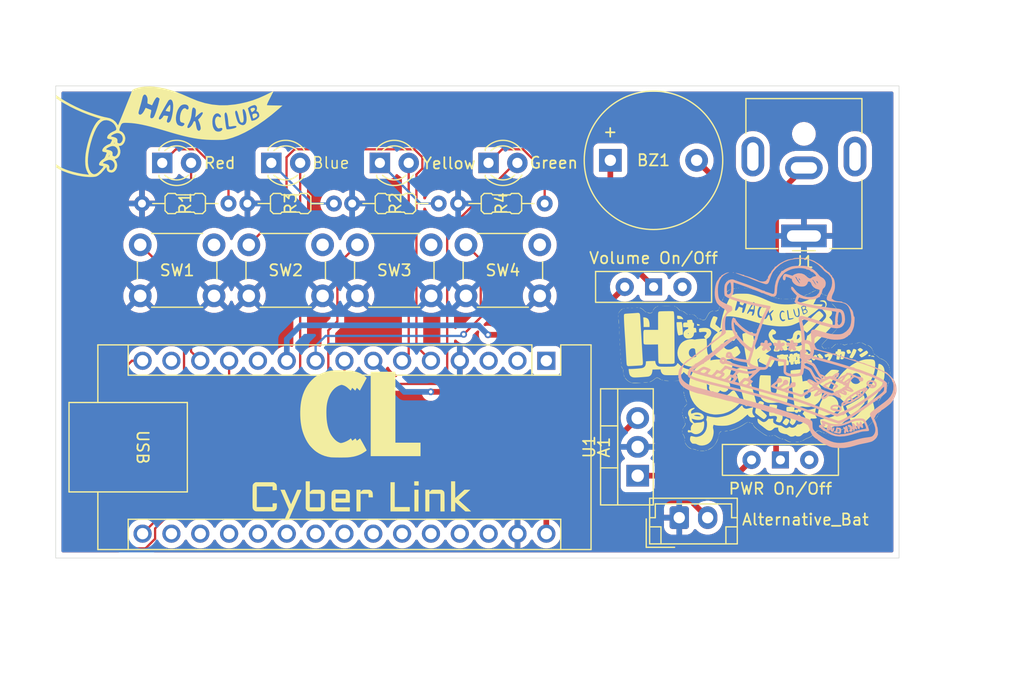
<source format=kicad_pcb>
(kicad_pcb (version 20241229) (generator "pcbnew") (generator_version "9.0")
  (layers (0 "F.Cu" signal) (2 "B.Cu" signal) (13 "F.Paste" user) (15 "B.Paste" user) (5 "F.SilkS" user "F.Silkscreen") (7 "B.SilkS" user "B.Silkscreen") (1 "F.Mask" user) (3 "B.Mask" user) (25 "Edge.Cuts" user))
  (net 0 "")
  (net 5 "BTN_Y")
  (net 6 "BTN_B")
  (net 10 "LED_B")
  (net 13 "+3.3V")
  (net 14 "BTN_R")
  (net 16 "+5V")
  (net 17 "LED_G")
  (net 18 "B+")
  (net 19 "LED_R")
  (net 22 "B-")
  (net 24 "GND")
  (net 25 "BTN_G")
  (net 28 "LED_Y")
  (net 29 "Net-(BZ1-+)")
  (net 30 "Net-(D1-K)")
  (net 31 "Net-(D2-K)")
  (net 32 "Net-(D3-K)")
  (net 33 "Net-(D4-K)")
  (net 34 "Net-(SW6-B)")
  (net 36 "DC")
  (footprint "button:SW_PUSH_6mm_RW" (layer "F.Cu") (at 132.713333 101.99)
    (property "Reference" "SW1" (at 3.25 2.25 0) (layer "F.SilkS"))
    (property "Value" "R")
    (pad "1" thru_hole circle (at 0 0 90) (size 2 2) (drill 1.1) (layers "*.Cu" "*.Mask") (net 14 "BTN_R"))
    (pad "2" thru_hole circle (at 6.5 0 90) (size 2 2) (drill 1.1) (layers "*.Cu" "*.Mask") (net 14 "BTN_R"))
    (pad "3" thru_hole circle (at 0 4.5 90) (size 2 2) (drill 1.1) (layers "*.Cu" "*.Mask") (net 24 "GND"))
    (pad "4" thru_hole circle (at 6.5 4.5 90) (size 2 2) (drill 1.1) (layers "*.Cu" "*.Mask") (net 24 "GND"))
  )
  (footprint "LED_THT:LED_D3.0mm" (layer "F.Cu") (at 144.26 94.77)
    (property "Reference" "D3" (hide yes))
    (property "Value" "Blue" (at 5.24 0 0) (layer "F.SilkS") (effects (font (thickness 0.125))))
    (pad "1" thru_hole rect (at 0 0) (size 1.8 1.8) (drill 0.9) (layers "*.Cu" "*.Mask") (net 32 "Net-(D3-K)"))
    (pad "2" thru_hole circle (at 2.54 0) (size 1.8 1.8) (drill 0.9) (layers "*.Cu" "*.Mask") (net 10 "LED_B"))
  )
  (footprint "button:SW_PUSH_6mm_RW" (layer "F.Cu") (at 142.276666 101.99)
    (property "Reference" "SW2" (at 3.25 2.25 0) (layer "F.SilkS"))
    (property "Value" "G")
    (pad "1" thru_hole circle (at 0 0 90) (size 2 2) (drill 1.1) (layers "*.Cu" "*.Mask") (net 25 "BTN_G"))
    (pad "2" thru_hole circle (at 6.5 0 90) (size 2 2) (drill 1.1) (layers "*.Cu" "*.Mask") (net 25 "BTN_G"))
    (pad "3" thru_hole circle (at 0 4.5 90) (size 2 2) (drill 1.1) (layers "*.Cu" "*.Mask") (net 24 "GND"))
    (pad "4" thru_hole circle (at 6.5 4.5 90) (size 2 2) (drill 1.1) (layers "*.Cu" "*.Mask") (net 24 "GND"))
  )
  (footprint "PCM_Resistor_THT_AKL:R_Axial_DIN0204_L3.6mm_D1.6mm_P7.62mm_Horizontal" (layer "F.Cu") (at 168.336667 98.35 180)
    (property "Reference" "R4" (at 3.81 0 90) (layer "F.SilkS"))
    (property "Value" "220ohm" (hide yes))
    (pad "1" thru_hole circle (at 0 0 180) (size 1.4 1.4) (drill 0.7) (layers "*.Cu" "*.Mask") (net 33 "Net-(D4-K)"))
    (pad "2" thru_hole oval (at 7.62 0 180) (size 1.4 1.4) (drill 0.7) (layers "*.Cu" "*.Mask") (net 24 "GND"))
  )
  (footprint "Button_Switch_THT:SW_Slide-03_Wuerth-WS-SLTV_10x2.5x6.4_P2.54mm" (layer "F.Cu") (at 189.1 120.95)
    (property "Reference" "PWR On/Off" (at 0 2.54 0) (layer "F.SilkS"))
    (property "Value" "SW_Wuerth_450301014042")
    (pad "1" thru_hole rect (at 0 0) (size 1.5 1.5) (drill 0.8) (layers "*.Cu" "*.Mask") (net 34 "Net-(SW6-B)"))
    (pad "2" thru_hole circle (at -2.54 0) (size 1.6 1.6) (drill 0.8) (layers "*.Cu" "*.Mask") (net 36 "DC"))
    (pad "3" thru_hole circle (at 2.54 0) (size 1.6 1.6) (drill 0.8) (layers "*.Cu" "*.Mask"))
  )
  (footprint "PCM_Resistor_THT_AKL:R_Axial_DIN0204_L3.6mm_D1.6mm_P7.62mm_Horizontal" (layer "F.Cu") (at 140.486667 98.35 180)
    (property "Reference" "R1" (at 3.81 0 90) (layer "F.SilkS"))
    (property "Value" "220ohm" (hide yes))
    (pad "1" thru_hole circle (at 0 0 180) (size 1.4 1.4) (drill 0.7) (layers "*.Cu" "*.Mask") (net 30 "Net-(D1-K)"))
    (pad "2" thru_hole oval (at 7.62 0 180) (size 1.4 1.4) (drill 0.7) (layers "*.Cu" "*.Mask") (net 24 "GND"))
  )
  (footprint "PCM_Resistor_THT_AKL:R_Axial_DIN0204_L3.6mm_D1.6mm_P7.62mm_Horizontal" (layer "F.Cu") (at 149.77 98.35 180)
    (property "Reference" "R3" (at 3.81 0 90) (layer "F.SilkS"))
    (property "Value" "220ohm" (hide yes))
    (pad "1" thru_hole circle (at 0 0 180) (size 1.4 1.4) (drill 0.7) (layers "*.Cu" "*.Mask") (net 32 "Net-(D3-K)"))
    (pad "2" thru_hole oval (at 7.62 0 180) (size 1.4 1.4) (drill 0.7) (layers "*.Cu" "*.Mask") (net 24 "GND"))
  )
  (footprint "PCM_Package_TO_SOT_THT_AKL:TO-220-3_Vertical" (layer "F.Cu") (at 176.53 122.34 90)
    (property "Reference" "U1" (at 2.54 -4.27 90) (layer "F.SilkS"))
    (property "Value" "LM340AT-5.0" (hide yes))
    (pad "1" thru_hole rect (at 0 0 90) (size 1.905 2) (drill 1.1) (layers "*.Cu" "*.Mask") (net 36 "DC"))
    (pad "2" thru_hole oval (at 2.54 0 90) (size 1.905 2) (drill 1.1) (layers "*.Cu" "*.Mask") (net 24 "GND"))
    (pad "3" thru_hole oval (at 5.08 0 90) (size 1.905 2) (drill 1.1) (layers "*.Cu" "*.Mask") (net 16 "+5V"))
  )
  (footprint "LOGO" (layer "F.Cu") (at 186.8 112.96)
    (property "Reference" "G***" (hide yes))
    (property "Value" "LOGO" (hide yes))
  )
  (footprint "Module:Arduino_Nano" (layer "F.Cu") (at 168.48 112.21 -90)
    (property "Reference" "A1" (at 7.62 -5.08 90) (layer "F.SilkS"))
    (property "Value" "Arduino_Nano_v3.x")
    (fp_text user "USB" (at 7.62 35.56 270) (layer "F.SilkS"))
    (pad "1" thru_hole rect (at 0 0 270) (size 1.6 1.6) (drill 1) (layers "*.Cu" "*.Mask"))
    (pad "2" thru_hole oval (at 0 2.54 270) (size 1.6 1.6) (drill 1) (layers "*.Cu" "*.Mask"))
    (pad "3" thru_hole oval (at 0 5.08 270) (size 1.6 1.6) (drill 1) (layers "*.Cu" "*.Mask"))
    (pad "4" thru_hole oval (at 0 7.62 270) (size 1.6 1.6) (drill 1) (layers "*.Cu" "*.Mask") (net 24 "GND"))
    (pad "5" thru_hole oval (at 0 10.16 270) (size 1.6 1.6) (drill 1) (layers "*.Cu" "*.Mask") (net 25 "BTN_G"))
    (pad "6" thru_hole oval (at 0 12.7 270) (size 1.6 1.6) (drill 1) (layers "*.Cu" "*.Mask") (net 17 "LED_G"))
    (pad "7" thru_hole oval (at 0 15.24 270) (size 1.6 1.6) (drill 1) (layers "*.Cu" "*.Mask") (net 22 "B-"))
    (pad "8" thru_hole oval (at 0 17.78 270) (size 1.6 1.6) (drill 1) (layers "*.Cu" "*.Mask") (net 28 "LED_Y"))
    (pad "9" thru_hole oval (at 0 20.32 270) (size 1.6 1.6) (drill 1) (layers "*.Cu" "*.Mask") (net 5 "BTN_Y"))
    (pad "10" thru_hole oval (at 0 22.86 270) (size 1.6 1.6) (drill 1) (layers "*.Cu" "*.Mask") (net 18 "B+"))
    (pad "11" thru_hole oval (at 0 25.4 270) (size 1.6 1.6) (drill 1) (layers "*.Cu" "*.Mask"))
    (pad "12" thru_hole oval (at 0 27.94 270) (size 1.6 1.6) (drill 1) (layers "*.Cu" "*.Mask") (net 14 "BTN_R"))
    (pad "13" thru_hole oval (at 0 30.48 270) (size 1.6 1.6) (drill 1) (layers "*.Cu" "*.Mask") (net 19 "LED_R"))
    (pad "14" thru_hole oval (at 0 33.02 270) (size 1.6 1.6) (drill 1) (layers "*.Cu" "*.Mask"))
    (pad "15" thru_hole oval (at 0 35.56 270) (size 1.6 1.6) (drill 1) (layers "*.Cu" "*.Mask") (net 6 "BTN_B"))
    (pad "16" thru_hole oval (at 15.24 35.56 270) (size 1.6 1.6) (drill 1) (layers "*.Cu" "*.Mask") (net 10 "LED_B"))
    (pad "17" thru_hole oval (at 15.24 33.02 270) (size 1.6 1.6) (drill 1) (layers "*.Cu" "*.Mask") (net 13 "+3.3V"))
    (pad "18" thru_hole oval (at 15.24 30.48 270) (size 1.6 1.6) (drill 1) (layers "*.Cu" "*.Mask"))
    (pad "19" thru_hole oval (at 15.24 27.94 270) (size 1.6 1.6) (drill 1) (layers "*.Cu" "*.Mask"))
    (pad "20" thru_hole oval (at 15.24 25.4 270) (size 1.6 1.6) (drill 1) (layers "*.Cu" "*.Mask"))
    (pad "21" thru_hole oval (at 15.24 22.86 270) (size 1.6 1.6) (drill 1) (layers "*.Cu" "*.Mask"))
    (pad "22" thru_hole oval (at 15.24 20.32 270) (size 1.6 1.6) (drill 1) (layers "*.Cu" "*.Mask"))
    (pad "23" thru_hole oval (at 15.24 17.78 270) (size 1.6 1.6) (drill 1) (layers "*.Cu" "*.Mask"))
    (pad "24" thru_hole oval (at 15.24 15.24 270) (size 1.6 1.6) (drill 1) (layers "*.Cu" "*.Mask"))
    (pad "25" thru_hole oval (at 15.24 12.7 270) (size 1.6 1.6) (drill 1) (layers "*.Cu" "*.Mask"))
    (pad "26" thru_hole oval (at 15.24 10.16 270) (size 1.6 1.6) (drill 1) (layers "*.Cu" "*.Mask"))
    (pad "27" thru_hole oval (at 15.24 7.62 270) (size 1.6 1.6) (drill 1) (layers "*.Cu" "*.Mask") (net 16 "+5V"))
    (pad "28" thru_hole oval (at 15.24 5.08 270) (size 1.6 1.6) (drill 1) (layers "*.Cu" "*.Mask"))
    (pad "29" thru_hole oval (at 15.24 2.54 270) (size 1.6 1.6) (drill 1) (layers "*.Cu" "*.Mask") (net 24 "GND"))
    (pad "30" thru_hole oval (at 15.24 0 270) (size 1.6 1.6) (drill 1) (layers "*.Cu" "*.Mask") (net 16 "+5V"))
  )
  (footprint "PCM_Resistor_THT_AKL:R_Axial_DIN0204_L3.6mm_D1.6mm_P7.62mm_Horizontal" (layer "F.Cu") (at 159 98.35 180)
    (property "Reference" "R2" (at 3.81 0 90) (layer "F.SilkS"))
    (property "Value" "220ohm" (hide yes))
    (pad "1" thru_hole circle (at 0 0 180) (size 1.4 1.4) (drill 0.7) (layers "*.Cu" "*.Mask") (net 31 "Net-(D2-K)"))
    (pad "2" thru_hole oval (at 7.62 0 180) (size 1.4 1.4) (drill 0.7) (layers "*.Cu" "*.Mask") (net 24 "GND"))
  )
  (footprint "Connector_JST:JST_EH_B2B-EH-A_1x02_P2.50mm_Vertical" (layer "F.Cu") (at 180.19 126.04)
    (property "Reference" "Alternative_Bat" (at 11.11 0.17 0) (layer "F.SilkS"))
    (property "Value" "JST_EH_B2B-EH-A_1x02_P2.50mm_Vertical")
    (pad "1" thru_hole roundrect (at 0 0) (size 1.7 2) (drill 1) (layers "*.Cu" "*.Mask") (roundrect_rratio 0.147059) (net 24 "GND"))
    (pad "2" thru_hole oval (at 2.5 0) (size 1.7 2) (drill 1) (layers "*.Cu" "*.Mask") (net 16 "+5V"))
  )
  (footprint "Connector_BarrelJack:BarrelJack_CUI_PJ-063AH_Horizontal" (layer "F.Cu") (at 191.17 101.21 180)
    (property "Reference" "J1" (at 0 -2.3 0) (layer "F.SilkS"))
    (property "Value" "DC Barrel")
    (pad "" np_thru_hole circle (at 0 9 180) (size 1.6 1.6) (drill 1.6) (layers "*.Cu" "*.Mask"))
    (pad "1" thru_hole rect (at 0 0 180) (size 4 2) (drill oval 3 1) (layers "*.Cu" "*.Mask") (net 24 "GND"))
    (pad "2" thru_hole oval (at 0 6 180) (size 3.3 2) (drill oval 2.3 1) (layers "*.Cu" "*.Mask") (net 34 "Net-(SW6-B)"))
    (pad "MP" thru_hole oval (at -4.5 7 180) (size 2 3.5) (drill oval 1 2.5) (layers "*.Cu" "*.Mask"))
    (pad "MP" thru_hole oval (at 4.5 7 180) (size 2 3.5) (drill oval 1 2.5) (layers "*.Cu" "*.Mask"))
  )
  (footprint "LED_THT:LED_D3.0mm" (layer "F.Cu") (at 153.82 94.77)
    (property "Reference" "D2" (hide yes))
    (property "Value" "Yellow" (at 6.08 0.04 0) (layer "F.SilkS"))
    (pad "1" thru_hole rect (at 0 0) (size 1.8 1.8) (drill 0.9) (layers "*.Cu" "*.Mask") (net 31 "Net-(D2-K)"))
    (pad "2" thru_hole circle (at 2.54 0) (size 1.8 1.8) (drill 0.9) (layers "*.Cu" "*.Mask") (net 17 "LED_G"))
  )
  (footprint "LOGO" (layer "F.Cu") (at 135.26 92)
    (property "Reference" "G***" (hide yes))
    (property "Value" "LOGO" (hide yes))
  )
  (footprint "button:SW_PUSH_6mm_RW" (layer "F.Cu") (at 161.403333 101.99)
    (property "Reference" "SW4" (at 3.25 2.25 0) (layer "F.SilkS"))
    (property "Value" "Y")
    (pad "1" thru_hole circle (at 0 0 90) (size 2 2) (drill 1.1) (layers "*.Cu" "*.Mask") (net 5 "BTN_Y"))
    (pad "2" thru_hole circle (at 6.5 0 90) (size 2 2) (drill 1.1) (layers "*.Cu" "*.Mask") (net 5 "BTN_Y"))
    (pad "3" thru_hole circle (at 0 4.5 90) (size 2 2) (drill 1.1) (layers "*.Cu" "*.Mask") (net 24 "GND"))
    (pad "4" thru_hole circle (at 6.5 4.5 90) (size 2 2) (drill 1.1) (layers "*.Cu" "*.Mask") (net 24 "GND"))
  )
  (footprint "LED_THT:LED_D3.0mm" (layer "F.Cu") (at 134.65 94.77)
    (property "Reference" "D1" (hide yes))
    (property "Value" "Red" (at 5.06 0.01 0) (layer "F.SilkS"))
    (pad "1" thru_hole rect (at 0 0) (size 1.8 1.8) (drill 0.9) (layers "*.Cu" "*.Mask") (net 30 "Net-(D1-K)"))
    (pad "2" thru_hole circle (at 2.54 0) (size 1.8 1.8) (drill 0.9) (layers "*.Cu" "*.Mask") (net 19 "LED_R"))
  )
  (footprint "LOGO" (layer "F.Cu") (at 152.255995 119.673047)
    (property "Reference" "G***" (hide yes))
    (property "Value" "LOGO" (hide yes))
  )
  (footprint "button:SW_PUSH_6mm_RW" (layer "F.Cu") (at 151.84 101.99)
    (property "Reference" "SW3" (at 3.25 2.25 0) (layer "F.SilkS"))
    (property "Value" "B")
    (pad "1" thru_hole circle (at 0 0 90) (size 2 2) (drill 1.1) (layers "*.Cu" "*.Mask") (net 6 "BTN_B"))
    (pad "2" thru_hole circle (at 6.5 0 90) (size 2 2) (drill 1.1) (layers "*.Cu" "*.Mask") (net 6 "BTN_B"))
    (pad "3" thru_hole circle (at 0 4.5 90) (size 2 2) (drill 1.1) (layers "*.Cu" "*.Mask") (net 24 "GND"))
    (pad "4" thru_hole circle (at 6.5 4.5 90) (size 2 2) (drill 1.1) (layers "*.Cu" "*.Mask") (net 24 "GND"))
  )
  (footprint "LED_THT:LED_D3.0mm" (layer "F.Cu") (at 163.39 94.77)
    (property "Reference" "D4" (hide yes))
    (property "Value" "Green" (at 5.75 -0.01 0) (layer "F.SilkS"))
    (pad "1" thru_hole rect (at 0 0) (size 1.8 1.8) (drill 0.9) (layers "*.Cu" "*.Mask") (net 33 "Net-(D4-K)"))
    (pad "2" thru_hole circle (at 2.54 0) (size 1.8 1.8) (drill 0.9) (layers "*.Cu" "*.Mask") (net 28 "LED_Y"))
  )
  (footprint "Button_Switch_THT:SW_Slide-03_Wuerth-WS-SLTV_10x2.5x6.4_P2.54mm" (layer "F.Cu") (at 177.93 105.7)
    (property "Reference" "Volume On/Off" (at 0 -2.54 0) (layer "F.SilkS"))
    (property "Value" "SW_Wuerth_450301014042")
    (pad "1" thru_hole rect (at 0 0) (size 1.5 1.5) (drill 0.8) (layers "*.Cu" "*.Mask") (net 29 "Net-(BZ1-+)"))
    (pad "2" thru_hole circle (at -2.54 0) (size 1.6 1.6) (drill 0.8) (layers "*.Cu" "*.Mask") (net 18 "B+"))
    (pad "3" thru_hole circle (at 2.54 0) (size 1.6 1.6) (drill 0.8) (layers "*.Cu" "*.Mask"))
  )
  (footprint "Buzzer_Beeper:Buzzer_12x9.5RM7.6" (layer "F.Cu") (at 174.12 94.54)
    (property "Reference" "BZ1" (at 3.8 0 0) (layer "F.SilkS"))
    (property "Value" "Buzzer")
    (fp_text user "+" (at -0.01 -2.54 0) (layer "F.SilkS"))
    (pad "1" thru_hole rect (at 0 0) (size 2 2) (drill 1) (layers "*.Cu" "*.Mask") (net 29 "Net-(BZ1-+)"))
    (pad "2" thru_hole circle (at 7.6 0) (size 2 2) (drill 1) (layers "*.Cu" "*.Mask") (net 22 "B-"))
  )
  (footprint "LOGO" (layer "B.Cu") (at 189.729617 111.359433 180)
    (property "Reference" "G***" (at 0 0 0) (layer "B.SilkS") (effects (font (size 1.5 1.5) (thickness 0.3)) (justify mirror)))
    (property "Value" "LOGO" (hide yes))
  )
  (gr_rect (start 125.27 87.98) (end 199.55 129.6) (stroke (width 0.05)) (fill no) (layer "Edge.Cuts"))
  (segment (start 162.704333 103.291) (end 162.704333 108.375667) (width 0.2) (layer "F.Cu") (net 5))
  (segment (start 162.704333 108.375667) (end 161.2 109.88) (width 0.2) (layer "F.Cu") (net 5))
  (segment (start 161.403333 101.99) (end 162.704333 103.291) (width 0.2) (layer "F.Cu") (net 5))
  (via (at 161.2 109.88) (size 0.6) (drill 0.3) (layers "F.Cu" "B.Cu") (net 5))
  (segment (start 149.04 110.02) (end 148.16 110.9) (width 0.2) (layer "B.Cu") (net 5))
  (segment (start 161.2 109.88) (end 161.06 110.02) (width 0.2) (layer "B.Cu") (net 5))
  (segment (start 148.16 110.9) (end 148.16 112.21) (width 0.2) (layer "B.Cu") (net 5))
  (segment (start 161.06 110.02) (end 149.04 110.02) (width 0.2) (layer "B.Cu") (net 5))
  (segment (start 150.077666 108.735284) (end 149.28 109.53295) (width 0.2) (layer "F.Cu") (net 6))
  (segment (start 150.077666 103.752334) (end 150.077666 108.735284) (width 0.2) (layer "F.Cu") (net 6))
  (segment (start 149.28 113.87) (end 147.402525 115.747475) (width 0.2) (layer "F.Cu") (net 6))
  (segment (start 131.4 128.6) (end 131.4 112.79) (width 0.2) (layer "F.Cu") (net 6))
  (segment (start 147.402525 115.747475) (end 145.267475 115.747475) (width 0.2) (layer "F.Cu") (net 6))
  (segment (start 131.98 112.21) (end 132.92 112.21) (width 0.2) (layer "F.Cu") (net 6))
  (segment (start 134.021 126.99395) (end 134.021 127.90605) (width 0.2) (layer "F.Cu") (net 6))
  (segment (start 131.55 128.75) (end 131.4 128.6) (width 0.2) (layer "F.Cu") (net 6))
  (segment (start 145.267475 115.747475) (end 134.021 126.99395) (width 0.2) (layer "F.Cu") (net 6))
  (segment (start 149.28 109.53295) (end 149.28 113.87) (width 0.2) (layer "F.Cu") (net 6))
  (segment (start 151.84 101.99) (end 150.077666 103.752334) (width 0.2) (layer "F.Cu") (net 6))
  (segment (start 133.17705 128.75) (end 131.55 128.75) (width 0.2) (layer "F.Cu") (net 6))
  (segment (start 131.4 112.79) (end 131.98 112.21) (width 0.2) (layer "F.Cu") (net 6))
  (segment (start 134.021 127.90605) (end 133.17705 128.75) (width 0.2) (layer "F.Cu") (net 6))
  (segment (start 146.8 113.57) (end 146.8 94.77) (width 0.2) (layer "F.Cu") (net 10))
  (segment (start 132.92 127.45) (end 146.8 113.57) (width 0.2) (layer "F.Cu") (net 10))
  (segment (start 132.713333 101.99) (end 136.57 105.846667) (width 0.2) (layer "F.Cu") (net 14))
  (segment (start 136.57 113.32) (end 137.72 114.47) (width 0.2) (layer "F.Cu") (net 14))
  (segment (start 136.57 105.846667) (end 136.57 113.32) (width 0.2) (layer "F.Cu") (net 14))
  (segment (start 140.54 113.55) (end 140.54 112.21) (width 0.2) (layer "F.Cu") (net 14))
  (segment (start 137.72 114.47) (end 139.62 114.47) (width 0.2) (layer "F.Cu") (net 14))
  (segment (start 139.62 114.47) (end 140.54 113.55) (width 0.2) (layer "F.Cu") (net 14))
  (segment (start 182.69 126.04) (end 181.239 124.589) (width 0.5) (layer "F.Cu") (net 16))
  (segment (start 169.201 124.589) (end 168.74 125.05) (width 0.5) (layer "F.Cu") (net 16))
  (segment (start 168.48 125.31) (end 168.48 127.45) (width 0.5) (layer "F.Cu") (net 16))
  (segment (start 168.74 125.05) (end 168.48 125.31) (width 0.5) (layer "F.Cu") (net 16))
  (segment (start 176.53 117.26) (end 168.74 125.05) (width 0.5) (layer "F.Cu") (net 16))
  (segment (start 181.239 124.589) (end 169.201 124.589) (width 0.5) (layer "F.Cu") (net 16))
  (segment (start 156.36 94.77) (end 156.36 111.63) (width 0.2) (layer "F.Cu") (net 17))
  (segment (start 156.36 111.63) (end 155.78 112.21) (width 0.2) (layer "F.Cu") (net 17))
  (segment (start 171.17 109.92) (end 163.34 109.92) (width 0.5) (layer "F.Cu") (net 18))
  (segment (start 175.39 105.7) (end 171.17 109.92) (width 0.5) (layer "F.Cu") (net 18))
  (via (at 163.34 109.92) (size 0.6) (drill 0.3) (layers "F.Cu" "B.Cu") (net 18))
  (segment (start 162.51 109.09) (end 146.84 109.09) (width 0.5) (layer "B.Cu") (net 18))
  (segment (start 146.84 109.09) (end 145.62 110.31) (width 0.5) (layer "B.Cu") (net 18))
  (segment (start 163.34 109.92) (end 162.51 109.09) (width 0.5) (layer "B.Cu") (net 18))
  (segment (start 145.62 110.31) (end 145.62 112.21) (width 0.5) (layer "B.Cu") (net 18))
  (segment (start 137.19 94.77) (end 137.19 111.4) (width 0.2) (layer "F.Cu") (net 19))
  (segment (start 137.19 111.4) (end 138 112.21) (width 0.2) (layer "F.Cu") (net 19))
  (segment (start 181.72 94.54) (end 184.33 97.15) (width 0.5) (layer "F.Cu") (net 22))
  (segment (start 184.33 107.99) (end 180.4 111.92) (width 0.5) (layer "F.Cu") (net 22))
  (segment (start 180.4 111.92) (end 177.37 114.95) (width 0.5) (layer "F.Cu") (net 22))
  (segment (start 184.33 104.6) (end 184.33 107.99) (width 0.5) (layer "F.Cu") (net 22))
  (segment (start 184.33 97.15) (end 184.33 104.6) (width 0.5) (layer "F.Cu") (net 22))
  (segment (start 177.37 114.95) (end 158.3 114.95) (width 0.5) (layer "F.Cu") (net 22))
  (via (at 158.3 114.95) (size 0.6) (drill 0.3) (layers "F.Cu" "B.Cu") (net 22))
  (segment (start 155.98 114.95) (end 153.24 112.21) (width 0.5) (layer "B.Cu") (net 22))
  (segment (start 158.3 114.95) (end 155.98 114.95) (width 0.5) (layer "B.Cu") (net 22))
  (segment (start 157.561 94.272529) (end 157.561 95.267471) (width 0.2) (layer "F.Cu") (net 25))
  (segment (start 157.039 110.929) (end 158.32 112.21) (width 0.2) (layer "F.Cu") (net 25))
  (segment (start 142.276666 101.99) (end 145.599 98.667666) (width 0.2) (layer "F.Cu") (net 25))
  (segment (start 146.302529 93.569) (end 156.857471 93.569) (width 0.2) (layer "F.Cu") (net 25))
  (segment (start 145.599 98.667666) (end 145.599 94.272529) (width 0.2) (layer "F.Cu") (net 25))
  (segment (start 156.857471 93.569) (end 157.561 94.272529) (width 0.2) (layer "F.Cu") (net 25))
  (segment (start 145.599 94.272529) (end 146.302529 93.569) (width 0.2) (layer "F.Cu") (net 25))
  (segment (start 157.039 95.789471) (end 157.039 110.929) (width 0.2) (layer "F.Cu") (net 25))
  (segment (start 157.561 95.267471) (end 157.039 95.789471) (width 0.2) (layer "F.Cu") (net 25))
  (segment (start 165.93 94.77) (end 165.75 94.77) (width 0.2) (layer "F.Cu") (net 28))
  (segment (start 165.75 94.77) (end 159.75 100.77) (width 0.2) (layer "F.Cu") (net 28))
  (segment (start 159.75 113.99) (end 159.49 114.25) (width 0.2) (layer "F.Cu") (net 28))
  (segment (start 159.75 100.77) (end 159.75 113.99) (width 0.2) (layer "F.Cu") (net 28))
  (segment (start 150.84 114.25) (end 150.7 114.11) (width 0.2) (layer "F.Cu") (net 28))
  (segment (start 150.7 114.11) (end 150.7 112.21) (width 0.2) (layer "F.Cu") (net 28))
  (segment (start 159.49 114.25) (end 150.84 114.25) (width 0.2) (layer "F.Cu") (net 28))
  (segment (start 174.12 94.54) (end 174.12 101.89) (width 0.5) (layer "F.Cu") (net 29))
  (segment (start 174.12 101.89) (end 177.93 105.7) (width 0.5) (layer "F.Cu") (net 29))
  (segment (start 135.851 93.569) (end 134.65 94.77) (width 0.2) (layer "F.Cu") (net 30))
  (segment (start 140.486667 96.368196) (end 137.687471 93.569) (width 0.2) (layer "F.Cu") (net 30))
  (segment (start 137.687471 93.569) (end 135.851 93.569) (width 0.2) (layer "F.Cu") (net 30))
  (segment (start 140.486667 98.35) (end 140.486667 96.368196) (width 0.2) (layer "F.Cu") (net 30))
  (segment (start 159 98.35) (end 157.4 98.35) (width 0.2) (layer "B.Cu") (net 31))
  (segment (start 157.4 98.35) (end 153.82 94.77) (width 0.2) (layer "B.Cu") (net 31))
  (segment (start 147.84 98.35) (end 144.26 94.77) (width 0.2) (layer "B.Cu") (net 32))
  (segment (start 149.77 98.35) (end 147.84 98.35) (width 0.2) (layer "B.Cu") (net 32))
  (segment (start 166.427471 93.569) (end 164.591 93.569) (width 0.2) (layer "F.Cu") (net 33))
  (segment (start 168.336667 98.35) (end 168.336667 95.478196) (width 0.2) (layer "F.Cu") (net 33))
  (segment (start 164.591 93.569) (end 163.39 94.77) (width 0.2) (layer "F.Cu") (net 33))
  (segment (start 168.336667 95.478196) (end 166.427471 93.569) (width 0.2) (layer "F.Cu") (net 33))
  (segment (start 189.1 120.95) (end 188.719 120.569) (width 0.5) (layer "F.Cu") (net 34))
  (segment (start 188.719 97.661) (end 191.17 95.21) (width 0.5) (layer "F.Cu") (net 34))
  (segment (start 188.719 120.569) (end 188.719 97.661) (width 0.5) (layer "F.Cu") (net 34))
  (segment (start 185.17 122.34) (end 186.56 120.95) (width 0.5) (layer "F.Cu") (net 36))
  (segment (start 176.53 122.34) (end 185.17 122.34) (width 0.5) (layer "F.Cu") (net 36))
  (zone (net 24) (net_name "GND") (layers "F.Cu" "B.Cu") (connect_pads (clearance 0.5)) (min_thickness 0.25) (fill yes (thermal_gap 0.5) (thermal_bridge_width 0.5) (island_removal_mode 1) (island_area_min 10))
    (polygon (pts (xy 120.36 80.41) (xy 210.39 80.59) (xy 210.57 140.37) (xy 120.371526 139.470127)))
  )
)
</source>
